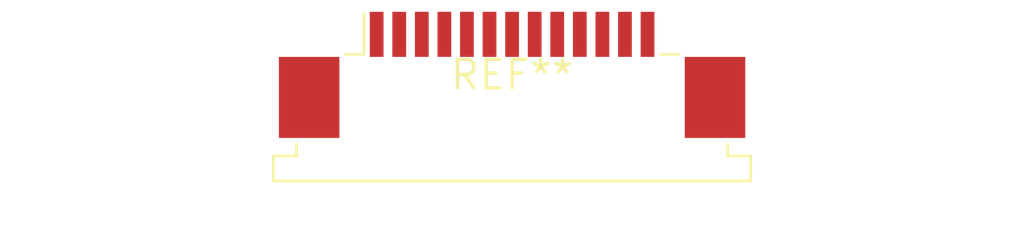
<source format=kicad_pcb>
(kicad_pcb (version 20240108) (generator pcbnew)
  (layers (0 "F.Cu" signal) (31 "B.Cu" signal) (34 "B.Paste" user) (35 "F.Paste" user) (36 "B.SilkS" user "B.Silkscreen") (37 "F.SilkS" user "F.Silkscreen") (38 "B.Mask" user) (39 "F.Mask" user) (44 "Edge.Cuts" user))
  (net 0 "")
  (footprint "TE_1-84952-3_1x13-1MP_P1.0mm_Horizontal" (layer "F.Cu") (at 0 0)
    (property "Reference" "REF**")
    (property "Value" "TE_1-84952-3_1x13-1MP_P1.0mm_Horizontal")
    (fp_line (start -10.57 3.6) (end -9.545 3.6) (layer "F.SilkS") (stroke (width 0.12)))
    (fp_line (start -10.57 4.71) (end -10.57 3.6) (layer "F.SilkS") (stroke (width 0.12)))
    (fp_line (start -9.545 3.6) (end -9.545 3.06) (layer "F.SilkS") (stroke (width 0.12)))
    (fp_line (start -7.39 -0.91) (end -6.565 -0.91) (layer "F.SilkS") (stroke (width 0.12)))
    (fp_line (start -6.565 -0.91) (end -6.565 -2.71) (layer "F.SilkS") (stroke (width 0.12)))
    (fp_line (start 6.565 -0.91) (end 7.39 -0.91) (layer "F.SilkS") (stroke (width 0.12)))
    (fp_line (start 9.545 3.06) (end 9.545 3.6) (layer "F.SilkS") (stroke (width 0.12)))
    (fp_line (start 9.545 3.6) (end 10.57 3.6) (layer "F.SilkS") (stroke (width 0.12)))
    (fp_line (start 10.57 3.6) (end 10.57 4.71) (layer "F.SilkS") (stroke (width 0.12)))
    (fp_line (start 10.57 4.71) (end -10.57 4.71) (layer "F.SilkS") (stroke (width 0.12)))
    (pad "1" smd rect (at -6 -1.8) (size 0.61 2) (layers "F.Cu" "F.Paste" "F.Mask"))
    (pad "2" smd rect (at -5 -1.8) (size 0.61 2) (layers "F.Cu" "F.Paste" "F.Mask"))
    (pad "3" smd rect (at -4 -1.8) (size 0.61 2) (layers "F.Cu" "F.Paste" "F.Mask"))
    (pad "4" smd rect (at -3 -1.8) (size 0.61 2) (layers "F.Cu" "F.Paste" "F.Mask"))
    (pad "5" smd rect (at -2 -1.8) (size 0.61 2) (layers "F.Cu" "F.Paste" "F.Mask"))
    (pad "6" smd rect (at -1 -1.8) (size 0.61 2) (layers "F.Cu" "F.Paste" "F.Mask"))
    (pad "7" smd rect (at 0 -1.8) (size 0.61 2) (layers "F.Cu" "F.Paste" "F.Mask"))
    (pad "8" smd rect (at 1 -1.8) (size 0.61 2) (layers "F.Cu" "F.Paste" "F.Mask"))
    (pad "9" smd rect (at 2 -1.8) (size 0.61 2) (layers "F.Cu" "F.Paste" "F.Mask"))
    (pad "10" smd rect (at 3 -1.8) (size 0.61 2) (layers "F.Cu" "F.Paste" "F.Mask"))
    (pad "11" smd rect (at 4 -1.8) (size 0.61 2) (layers "F.Cu" "F.Paste" "F.Mask"))
    (pad "12" smd rect (at 5 -1.8) (size 0.61 2) (layers "F.Cu" "F.Paste" "F.Mask"))
    (pad "13" smd rect (at 6 -1.8) (size 0.61 2) (layers "F.Cu" "F.Paste" "F.Mask"))
    (pad "MP" smd rect (at -8.99 1) (size 2.68 3.6) (layers "F.Cu" "F.Paste" "F.Mask"))
    (pad "MP" smd rect (at 8.99 1) (size 2.68 3.6) (layers "F.Cu" "F.Paste" "F.Mask"))
  )
)
</source>
